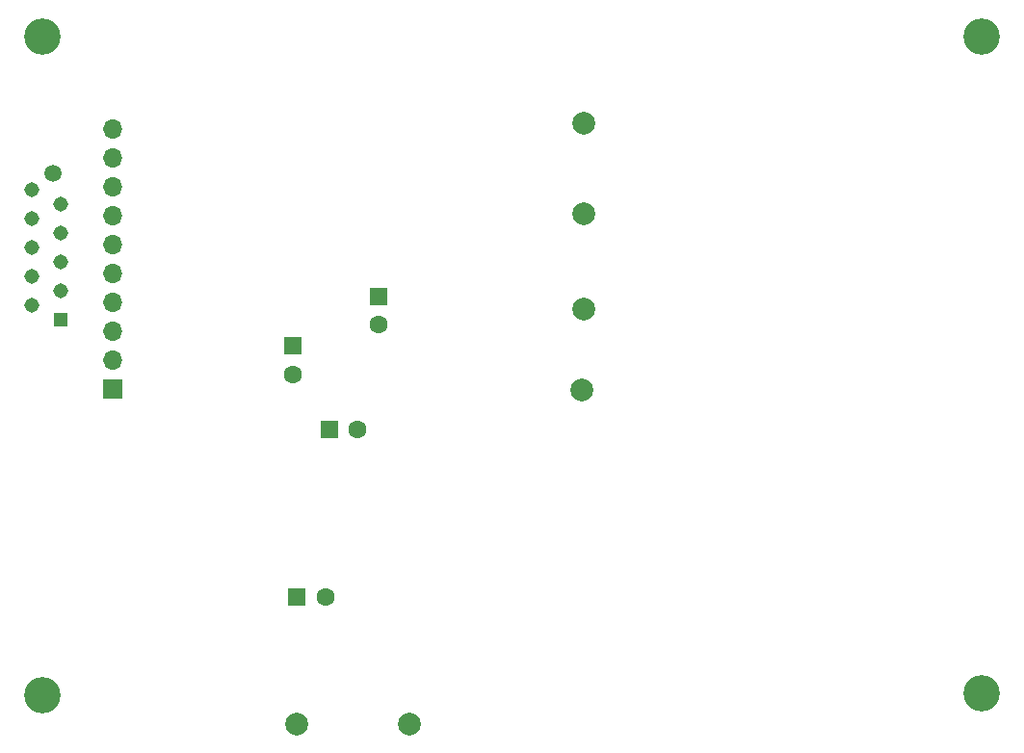
<source format=gbr>
G04 #@! TF.GenerationSoftware,KiCad,Pcbnew,(5.1.10-0-10_14)*
G04 #@! TF.CreationDate,2021-10-25T19:37:06+02:00*
G04 #@! TF.ProjectId,dac-cs4344,6461632d-6373-4343-9334-342e6b696361,rev?*
G04 #@! TF.SameCoordinates,Original*
G04 #@! TF.FileFunction,Soldermask,Bot*
G04 #@! TF.FilePolarity,Negative*
%FSLAX46Y46*%
G04 Gerber Fmt 4.6, Leading zero omitted, Abs format (unit mm)*
G04 Created by KiCad (PCBNEW (5.1.10-0-10_14)) date 2021-10-25 19:37:06*
%MOMM*%
%LPD*%
G01*
G04 APERTURE LIST*
%ADD10C,1.600000*%
%ADD11R,1.600000X1.600000*%
%ADD12O,1.700000X1.700000*%
%ADD13R,1.700000X1.700000*%
%ADD14R,1.308000X1.308000*%
%ADD15C,1.308000*%
%ADD16C,1.500000*%
%ADD17C,2.000000*%
%ADD18C,3.200000*%
G04 APERTURE END LIST*
D10*
X143192500Y-86955000D03*
D11*
X143192500Y-84455000D03*
D12*
X119824500Y-69723000D03*
X119824500Y-72263000D03*
X119824500Y-74803000D03*
X119824500Y-77343000D03*
X119824500Y-79883000D03*
X119824500Y-82423000D03*
X119824500Y-84963000D03*
X119824500Y-87503000D03*
X119824500Y-90043000D03*
D13*
X119824500Y-92583000D03*
D10*
X141351000Y-96139000D03*
D11*
X138851000Y-96139000D03*
D10*
X138517000Y-110934500D03*
D11*
X136017000Y-110934500D03*
D10*
X135636000Y-91336500D03*
D11*
X135636000Y-88836500D03*
D14*
X115294000Y-86490000D03*
D15*
X112754000Y-85220000D03*
X115294000Y-83950000D03*
X112754000Y-82680000D03*
X115294000Y-81410000D03*
X112754000Y-80140000D03*
X115294000Y-78870000D03*
X112754000Y-77600000D03*
X115294000Y-76330000D03*
X112754000Y-75060000D03*
D16*
X114554000Y-73660000D03*
D17*
X161226500Y-77216000D03*
X161099500Y-92710000D03*
X161226500Y-85598000D03*
X161226500Y-69215000D03*
X136017000Y-122047000D03*
X145923000Y-122047000D03*
D18*
X113665000Y-119507000D03*
X196215000Y-119380000D03*
X196215000Y-61595000D03*
X113665000Y-61595000D03*
M02*

</source>
